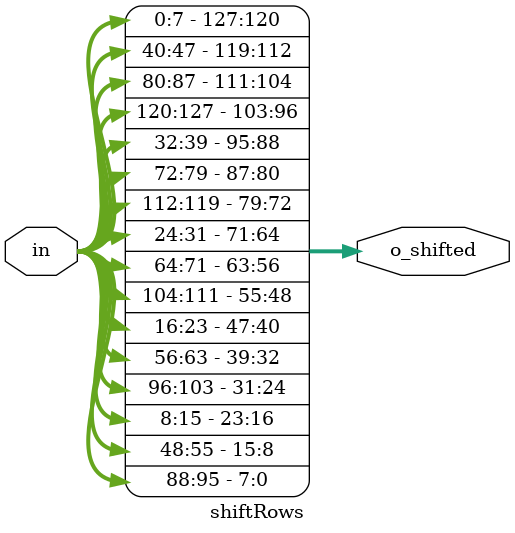
<source format=v>
module shiftRows (in, o_shifted);
	input [0:127] in;
	output [0:127] o_shifted;
	
	// First row (r = 0) is not o_shifted
	assign o_shifted[0+:8] = in[0+:8];
	assign o_shifted[32+:8] = in[32+:8];
	assign o_shifted[64+:8] = in[64+:8];
   assign o_shifted[96+:8] = in[96+:8];
	
	// Second row (r = 1) is cyclically left o_shifted by 1 offset
   assign o_shifted[8+:8] = in[40+:8];
   assign o_shifted[40+:8] = in[72+:8];
   assign o_shifted[72+:8] = in[104+:8];
   assign o_shifted[104+:8] = in[8+:8];
	
	// Third row (r = 2) is cyclically left o_shifted by 2 offsets
   assign o_shifted[16+:8] = in[80+:8];
   assign o_shifted[48+:8] = in[112+:8];
   assign o_shifted[80+:8] = in[16+:8];
   assign o_shifted[112+:8] = in[48+:8];
	
	// Fourth row (r = 3) is cyclically left o_shifted by 3 offsets
   assign o_shifted[24+:8] = in[120+:8];
   assign o_shifted[56+:8] = in[24+:8];
   assign o_shifted[88+:8] = in[56+:8];
   assign o_shifted[120+:8] = in[88+:8];

endmodule

</source>
